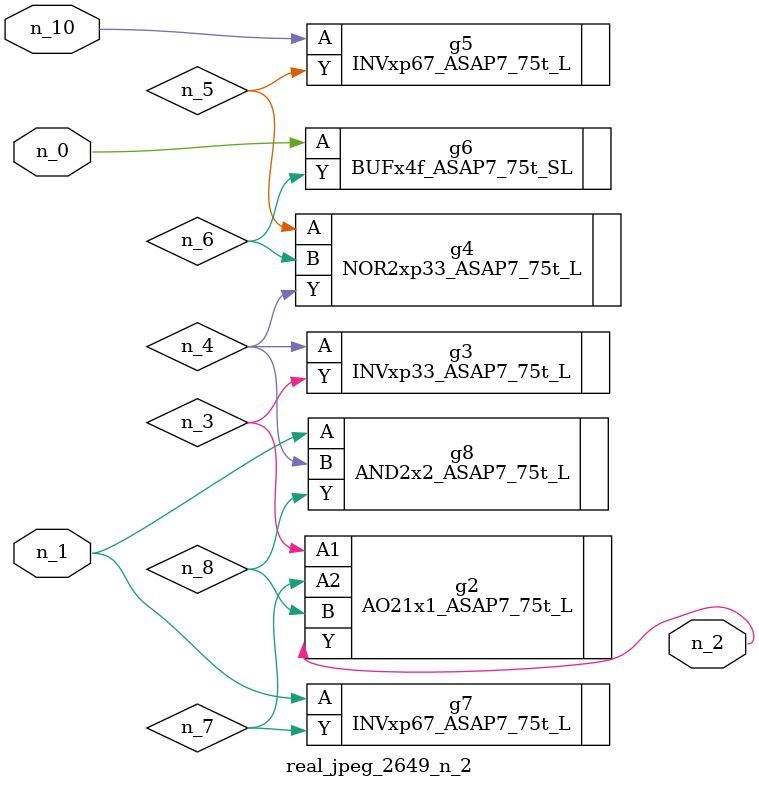
<source format=v>
module real_jpeg_2649_n_2 (n_1, n_10, n_0, n_2);

input n_1;
input n_10;
input n_0;

output n_2;

wire n_5;
wire n_4;
wire n_8;
wire n_6;
wire n_7;
wire n_3;

BUFx4f_ASAP7_75t_SL g6 ( 
.A(n_0),
.Y(n_6)
);

INVxp67_ASAP7_75t_L g7 ( 
.A(n_1),
.Y(n_7)
);

AND2x2_ASAP7_75t_L g8 ( 
.A(n_1),
.B(n_4),
.Y(n_8)
);

AO21x1_ASAP7_75t_L g2 ( 
.A1(n_3),
.A2(n_7),
.B(n_8),
.Y(n_2)
);

INVxp33_ASAP7_75t_L g3 ( 
.A(n_4),
.Y(n_3)
);

NOR2xp33_ASAP7_75t_L g4 ( 
.A(n_5),
.B(n_6),
.Y(n_4)
);

INVxp67_ASAP7_75t_L g5 ( 
.A(n_10),
.Y(n_5)
);


endmodule
</source>
